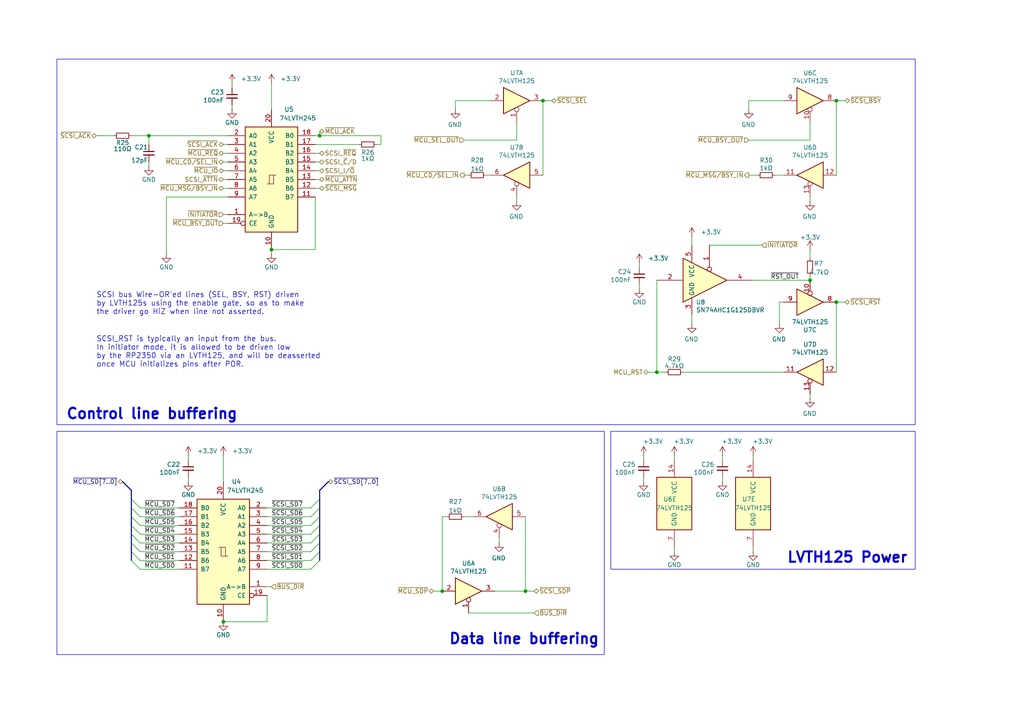
<source format=kicad_sch>
(kicad_sch (version 20250114) (generator "eeschema") (generator_version "9.0")
  (paper "A4")
  (title_block (title "GBSCSI2 - Common Platform - Buffers, Narrow") (date "2026-02-01") (rev "2.0") (comment 1 "Drawn by George R. M."))
  (lib_symbols
    (symbol "74xGxx:74AHCT1G125"
      (property "Reference" "U" (at -2.54 3.81 0))
      (property "Value" "74AHCT1G125" (at 0 -3.81 0))
      (symbol "74AHCT1G125_0_1"
        (polyline (pts (xy -7.62 6.35) (xy -7.62 -6.35) (xy 5.08 0) (xy -7.62 6.35)) (stroke (width 0.254)) (fill (type background)))
      )
      (symbol "74AHCT1G125_1_1"
        (pin input line (at -15.24 0 0) (length 7.62) (name "~") (number "2"))
        (pin power_in line (at -5.08 10.16 270) (length 5.08) (name "VCC") (number "5"))
        (pin power_in line (at -5.08 -10.16 90) (length 5.08) (name "GND") (number "3"))
        (pin input inverted (at 0 10.16 270) (length 7.62) (name "~") (number "1"))
        (pin tri_state line (at 12.7 0 180) (length 7.62) (name "~") (number "4"))
      )
    )
    (symbol "74xx:74LS245" (pin_names (offset 1.016))
      (property "Reference" "U" (at -7.62 16.51 0))
      (property "Value" "74LS245" (at -7.62 -16.51 0))
      (symbol "74LS245_1_0"
        (polyline (pts (xy -1.27 -1.27) (xy 0.635 -1.27) (xy 0.635 1.27) (xy 1.27 1.27)))
        (polyline (pts (xy -0.635 -1.27) (xy -0.635 1.27) (xy 0.635 1.27)))
        (pin tri_state line (at -12.7 12.7 0) (length 5.08) (name "A0") (number "2"))
        (pin tri_state line (at -12.7 10.16 0) (length 5.08) (name "A1") (number "3"))
        (pin tri_state line (at -12.7 7.62 0) (length 5.08) (name "A2") (number "4"))
        (pin tri_state line (at -12.7 5.08 0) (length 5.08) (name "A3") (number "5"))
        (pin tri_state line (at -12.7 2.54 0) (length 5.08) (name "A4") (number "6"))
        (pin tri_state line (at -12.7 0 0) (length 5.08) (name "A5") (number "7"))
        (pin tri_state line (at -12.7 -2.54 0) (length 5.08) (name "A6") (number "8"))
        (pin tri_state line (at -12.7 -5.08 0) (length 5.08) (name "A7") (number "9"))
        (pin input line (at -12.7 -10.16 0) (length 5.08) (name "A->B") (number "1"))
        (pin input inverted (at -12.7 -12.7 0) (length 5.08) (name "CE") (number "19"))
        (pin power_in line (at 0 20.32 270) (length 5.08) (name "VCC") (number "20"))
        (pin power_in line (at 0 -20.32 90) (length 5.08) (name "GND") (number "10"))
        (pin tri_state line (at 12.7 12.7 180) (length 5.08) (name "B0") (number "18"))
        (pin tri_state line (at 12.7 10.16 180) (length 5.08) (name "B1") (number "17"))
        (pin tri_state line (at 12.7 7.62 180) (length 5.08) (name "B2") (number "16"))
        (pin tri_state line (at 12.7 5.08 180) (length 5.08) (name "B3") (number "15"))
        (pin tri_state line (at 12.7 2.54 180) (length 5.08) (name "B4") (number "14"))
        (pin tri_state line (at 12.7 0 180) (length 5.08) (name "B5") (number "13"))
        (pin tri_state line (at 12.7 -2.54 180) (length 5.08) (name "B6") (number "12"))
        (pin tri_state line (at 12.7 -5.08 180) (length 5.08) (name "B7") (number "11"))
      )
      (symbol "74LS245_1_1"
        (rectangle (start -7.62 15.24) (end 7.62 -15.24) (stroke (width 0.254)) (fill (type background)))
      )
    )
    (symbol "74xx:74LVC125" (pin_names (offset 1.016))
      (property "Reference" "U" (at 0 1.27 0))
      (property "Value" "74LVC125" (at 0 -1.27 0))
      (symbol "74LVC125_1_0"
        (polyline (pts (xy -3.81 3.81) (xy -3.81 -3.81) (xy 3.81 0) (xy -3.81 3.81)) (stroke (width 0.254)) (fill (type background)))
        (pin input line (at -7.62 0 0) (length 3.81) (name "~") (number "2"))
        (pin input inverted (at 0 -6.35 90) (length 4.445) (name "~") (number "1"))
        (pin tri_state line (at 7.62 0 180) (length 3.81) (name "~") (number "3"))
      )
      (symbol "74LVC125_2_0"
        (polyline (pts (xy -3.81 3.81) (xy -3.81 -3.81) (xy 3.81 0) (xy -3.81 3.81)) (stroke (width 0.254)) (fill (type background)))
        (pin input line (at -7.62 0 0) (length 3.81) (name "~") (number "5"))
        (pin input inverted (at 0 -6.35 90) (length 4.445) (name "~") (number "4"))
        (pin tri_state line (at 7.62 0 180) (length 3.81) (name "~") (number "6"))
      )
      (symbol "74LVC125_3_0"
        (polyline (pts (xy -3.81 3.81) (xy -3.81 -3.81) (xy 3.81 0) (xy -3.81 3.81)) (stroke (width 0.254)) (fill (type background)))
        (pin input line (at -7.62 0 0) (length 3.81) (name "~") (number "9"))
        (pin input inverted (at 0 -6.35 90) (length 4.445) (name "~") (number "10"))
        (pin tri_state line (at 7.62 0 180) (length 3.81) (name "~") (number "8"))
      )
      (symbol "74LVC125_4_0"
        (polyline (pts (xy -3.81 3.81) (xy -3.81 -3.81) (xy 3.81 0) (xy -3.81 3.81)) (stroke (width 0.254)) (fill (type background)))
        (pin input line (at -7.62 0 0) (length 3.81) (name "~") (number "12"))
        (pin input inverted (at 0 -6.35 90) (length 4.445) (name "~") (number "13"))
        (pin tri_state line (at 7.62 0 180) (length 3.81) (name "~") (number "11"))
      )
      (symbol "74LVC125_5_0"
        (pin power_in line (at 0 12.7 270) (length 5.08) (name "VCC") (number "14"))
        (pin power_in line (at 0 -12.7 90) (length 5.08) (name "GND") (number "7"))
      )
      (symbol "74LVC125_5_1"
        (rectangle (start -5.08 7.62) (end 5.08 -7.62) (stroke (width 0.254)) (fill (type background)))
      )
    )
    (symbol "Device:C_Small" (pin_numbers (hide yes)) (pin_names (offset 0.254) (hide yes))
      (property "Reference" "C" (at 0.254 1.778 0))
      (property "Value" "C_Small" (at 0.254 -2.032 0))
      (symbol "C_Small_0_1"
        (polyline (pts (xy -1.524 0.508) (xy 1.524 0.508)) (stroke (width 0.3048)))
        (polyline (pts (xy -1.524 -0.508) (xy 1.524 -0.508)) (stroke (width 0.3302)))
      )
      (symbol "C_Small_1_1"
        (pin passive line (at 0 2.54 270) (length 2.032) (name "~") (number "1"))
        (pin passive line (at 0 -2.54 90) (length 2.032) (name "~") (number "2"))
      )
    )
    (symbol "Device:R_Small" (pin_numbers (hide yes)) (pin_names (offset 0.254) (hide yes))
      (property "Reference" "R" (at 0 0 90))
      (property "Value" "R_Small" (at 1.778 0 90))
      (symbol "R_Small_0_1"
        (rectangle (start -0.762 1.778) (end 0.762 -1.778) (stroke (width 0.2032)))
      )
      (symbol "R_Small_1_1"
        (pin passive line (at 0 2.54 270) (length 0.762) (name "~") (number "1"))
        (pin passive line (at 0 -2.54 90) (length 0.762) (name "~") (number "2"))
      )
    )
    (symbol "power:+3.3V" (power) (pin_numbers (hide yes)) (pin_names (offset 0) (hide yes))
      (property "Value" "+3.3V" (at 0 3.556 0))
      (symbol "+3.3V_0_1"
        (polyline (pts (xy -0.762 1.27) (xy 0 2.54)))
        (polyline (pts (xy 0 2.54) (xy 0.762 1.27)))
        (polyline (pts (xy 0 0) (xy 0 2.54)))
      )
      (symbol "+3.3V_1_1"
        (pin power_in line (at 0 0 90) (length 0) (name "~") (number "1"))
      )
    )
    (symbol "power:GND" (power) (pin_numbers (hide yes)) (pin_names (offset 0) (hide yes))
      (property "Value" "GND" (at 0 -3.81 0))
      (symbol "GND_0_1"
        (polyline (pts (xy 0 0) (xy 0 -1.27) (xy 1.27 -1.27) (xy 0 -2.54) (xy -1.27 -1.27) (xy 0 -1.27)))
      )
      (symbol "GND_1_1"
        (pin power_in line (at 0 0 270) (length 0) (name "~") (number "1"))
      )
    )
  )
  (rectangle (start 16.51 125.095) (end 175.26 189.865))
  (rectangle (start 16.51 17.145) (end 265.43 123.19))
  (rectangle (start 177.165 125.095) (end 265.43 165.1))
  (text "Control line buffering" (at 19.05 121.92 0) (effects (font (size 3 3) (thickness 0.6) (bold yes)) (justify left bottom)))
  (text "SCSI_RST is typically an input from the bus.\nIn initiator mode, it is allowed to be driven low\nby the RP2350 via an LVTH125, and will be deasserted\nonce MCU initializes pins after POR." (at 27.94 106.68 0) (effects (font (size 1.524 1.524)) (justify left bottom)))
  (text "LVTH125 Power" (at 228.092 163.576 0) (effects (font (size 3 3) (thickness 0.6) (bold yes)) (justify left bottom)))
  (text "SCSI bus Wire-OR'ed lines (SEL, BSY, RST) driven\nby LVTH125s using the enable gate, so as to make\nthe driver go HiZ when line not asserted." (at 27.94 91.44 0) (effects (font (size 1.524 1.524)) (justify left bottom)))
  (text "Data line buffering" (at 130.048 187.198 0) (effects (font (size 3 3) (thickness 0.6) (bold yes)) (justify left bottom)))
  (junction (at 234.95 81.28))
  (junction (at 190.5 107.95))
  (junction (at 128.27 171.45))
  (junction (at 78.74 72.39))
  (junction (at 242.57 87.63))
  (junction (at 152.4 171.45))
  (junction (at 157.48 29.21))
  (junction (at 43.18 39.37))
  (junction (at 92.71 39.37))
  (junction (at 242.57 29.21))
  (junction (at 64.77 180.34))
  (bus_entry (at 90.17 152.4) (size 2.54 -2.54))
  (bus_entry (at 90.17 147.32) (size 2.54 -2.54))
  (bus_entry (at 90.17 149.86) (size 2.54 -2.54))
  (bus_entry (at 40.64 149.86) (size -2.54 -2.54))
  (bus_entry (at 40.64 165.1) (size -2.54 -2.54))
  (bus_entry (at 40.64 152.4) (size -2.54 -2.54))
  (bus_entry (at 90.17 162.56) (size 2.54 -2.54))
  (bus_entry (at 40.64 157.48) (size -2.54 -2.54))
  (bus_entry (at 90.17 157.48) (size 2.54 -2.54))
  (bus_entry (at 40.64 154.94) (size -2.54 -2.54))
  (bus_entry (at 90.17 154.94) (size 2.54 -2.54))
  (bus_entry (at 40.64 162.56) (size -2.54 -2.54))
  (bus_entry (at 90.17 160.02) (size 2.54 -2.54))
  (bus_entry (at 40.64 147.32) (size -2.54 -2.54))
  (bus_entry (at 90.17 165.1) (size 2.54 -2.54))
  (bus_entry (at 40.64 160.02) (size -2.54 -2.54))
  (wire (pts (xy 209.55 132.08) (xy 209.55 133.35)))
  (wire (pts (xy 143.51 171.45) (xy 152.4 171.45)))
  (wire (pts (xy 195.58 160.02) (xy 195.58 158.75)))
  (bus (pts (xy 38.1 152.4) (xy 38.1 149.86)))
  (wire (pts (xy 234.95 80.01) (xy 234.95 81.28)))
  (wire (pts (xy 190.5 81.28) (xy 190.5 107.95)))
  (bus (pts (xy 92.71 144.78) (xy 92.71 142.24)))
  (wire (pts (xy 242.57 29.21) (xy 242.57 50.8)))
  (wire (pts (xy 77.47 157.48) (xy 90.17 157.48)))
  (wire (pts (xy 190.5 107.95) (xy 193.04 107.95)))
  (wire (pts (xy 154.94 171.45) (xy 152.4 171.45)))
  (wire (pts (xy 157.48 29.21) (xy 157.48 50.8)))
  (bus (pts (xy 92.71 157.48) (xy 92.71 154.94)))
  (wire (pts (xy 217.17 40.64) (xy 234.95 40.64)))
  (bus (pts (xy 92.71 152.4) (xy 92.71 149.86)))
  (wire (pts (xy 78.74 170.18) (xy 77.47 170.18)))
  (wire (pts (xy 185.42 76.2) (xy 185.42 77.47)))
  (wire (pts (xy 234.95 115.57) (xy 234.95 114.3)))
  (wire (pts (xy 149.86 58.42) (xy 149.86 57.15)))
  (wire (pts (xy 77.47 147.32) (xy 90.17 147.32)))
  (wire (pts (xy 91.44 41.91) (xy 104.14 41.91)))
  (wire (pts (xy 91.44 72.39) (xy 91.44 57.15)))
  (wire (pts (xy 195.58 132.08) (xy 195.58 133.35)))
  (wire (pts (xy 43.18 41.91) (xy 43.18 39.37)))
  (wire (pts (xy 78.74 24.13) (xy 78.74 31.75)))
  (wire (pts (xy 77.47 149.86) (xy 90.17 149.86)))
  (wire (pts (xy 64.77 52.07) (xy 66.04 52.07)))
  (wire (pts (xy 77.47 160.02) (xy 90.17 160.02)))
  (wire (pts (xy 77.47 165.1) (xy 90.17 165.1)))
  (wire (pts (xy 234.95 58.42) (xy 234.95 57.15)))
  (wire (pts (xy 54.61 138.43) (xy 54.61 139.7)))
  (wire (pts (xy 77.47 154.94) (xy 90.17 154.94)))
  (bus (pts (xy 92.71 147.32) (xy 92.71 144.78)))
  (wire (pts (xy 205.74 71.12) (xy 220.98 71.12)))
  (bus (pts (xy 38.1 149.86) (xy 38.1 147.32)))
  (wire (pts (xy 134.62 50.8) (xy 135.89 50.8)))
  (wire (pts (xy 40.64 147.32) (xy 52.07 147.32)))
  (wire (pts (xy 66.04 57.15) (xy 48.26 57.15)))
  (wire (pts (xy 27.94 39.37) (xy 33.02 39.37)))
  (wire (pts (xy 64.77 132.08) (xy 64.77 139.7)))
  (wire (pts (xy 227.33 87.63) (xy 226.06 87.63)))
  (wire (pts (xy 224.79 50.8) (xy 227.33 50.8)))
  (wire (pts (xy 234.95 74.93) (xy 234.95 72.39)))
  (wire (pts (xy 134.62 40.64) (xy 149.86 40.64)))
  (wire (pts (xy 234.95 40.64) (xy 234.95 35.56)))
  (wire (pts (xy 186.69 132.08) (xy 186.69 133.35)))
  (wire (pts (xy 200.66 68.58) (xy 200.66 71.12)))
  (wire (pts (xy 91.44 39.37) (xy 92.71 39.37)))
  (wire (pts (xy 67.31 24.13) (xy 67.31 25.4)))
  (bus (pts (xy 92.71 162.56) (xy 92.71 160.02)))
  (wire (pts (xy 242.57 87.63) (xy 242.57 107.95)))
  (wire (pts (xy 245.11 87.63) (xy 242.57 87.63)))
  (bus (pts (xy 38.1 147.32) (xy 38.1 144.78)))
  (wire (pts (xy 187.96 107.95) (xy 190.5 107.95)))
  (wire (pts (xy 198.12 107.95) (xy 227.33 107.95)))
  (wire (pts (xy 43.18 39.37) (xy 66.04 39.37)))
  (wire (pts (xy 134.62 149.86) (xy 137.16 149.86)))
  (wire (pts (xy 227.33 29.21) (xy 217.17 29.21)))
  (bus (pts (xy 38.1 162.56) (xy 38.1 160.02)))
  (wire (pts (xy 77.47 172.72) (xy 77.47 180.34)))
  (wire (pts (xy 128.27 149.86) (xy 128.27 171.45)))
  (wire (pts (xy 128.27 149.86) (xy 129.54 149.86)))
  (wire (pts (xy 92.71 38.1) (xy 92.71 39.37)))
  (wire (pts (xy 132.08 29.21) (xy 132.08 31.75)))
  (wire (pts (xy 217.17 50.8) (xy 219.71 50.8)))
  (wire (pts (xy 218.44 132.08) (xy 218.44 133.35)))
  (wire (pts (xy 185.42 83.82) (xy 185.42 82.55)))
  (wire (pts (xy 144.78 157.48) (xy 144.78 156.21)))
  (bus (pts (xy 38.1 144.78) (xy 38.1 142.24)))
  (bus (pts (xy 38.1 157.48) (xy 38.1 154.94)))
  (wire (pts (xy 40.64 149.86) (xy 52.07 149.86)))
  (wire (pts (xy 226.06 87.63) (xy 226.06 93.98)))
  (wire (pts (xy 200.66 93.98) (xy 200.66 91.44)))
  (wire (pts (xy 245.11 29.21) (xy 242.57 29.21)))
  (wire (pts (xy 92.71 49.53) (xy 91.44 49.53)))
  (wire (pts (xy 209.55 139.7) (xy 209.55 138.43)))
  (wire (pts (xy 149.86 40.64) (xy 149.86 35.56)))
  (wire (pts (xy 92.71 44.45) (xy 91.44 44.45)))
  (bus (pts (xy 38.1 160.02) (xy 38.1 157.48)))
  (wire (pts (xy 78.74 73.66) (xy 78.74 72.39)))
  (bus (pts (xy 92.71 142.24) (xy 95.25 139.7)))
  (bus (pts (xy 38.1 154.94) (xy 38.1 152.4)))
  (bus (pts (xy 92.71 154.94) (xy 92.71 152.4)))
  (wire (pts (xy 218.44 160.02) (xy 218.44 158.75)))
  (wire (pts (xy 125.73 171.45) (xy 128.27 171.45)))
  (wire (pts (xy 64.77 46.99) (xy 66.04 46.99)))
  (wire (pts (xy 92.71 54.61) (xy 91.44 54.61)))
  (wire (pts (xy 40.64 152.4) (xy 52.07 152.4)))
  (wire (pts (xy 64.77 41.91) (xy 66.04 41.91)))
  (wire (pts (xy 217.17 29.21) (xy 217.17 31.75)))
  (wire (pts (xy 64.77 64.77) (xy 66.04 64.77)))
  (wire (pts (xy 64.77 54.61) (xy 66.04 54.61)))
  (wire (pts (xy 154.94 177.8) (xy 135.89 177.8)))
  (bus (pts (xy 38.1 142.24) (xy 35.56 139.7)))
  (wire (pts (xy 40.64 165.1) (xy 52.07 165.1)))
  (wire (pts (xy 92.71 39.37) (xy 110.49 39.37)))
  (wire (pts (xy 152.4 149.86) (xy 152.4 171.45)))
  (wire (pts (xy 132.08 29.21) (xy 142.24 29.21)))
  (wire (pts (xy 43.18 48.26) (xy 43.18 46.99)))
  (wire (pts (xy 140.97 50.8) (xy 142.24 50.8)))
  (wire (pts (xy 160.02 29.21) (xy 157.48 29.21)))
  (wire (pts (xy 64.77 62.23) (xy 66.04 62.23)))
  (wire (pts (xy 92.71 46.99) (xy 91.44 46.99)))
  (wire (pts (xy 67.31 30.48) (xy 67.31 31.75)))
  (wire (pts (xy 40.64 160.02) (xy 52.07 160.02)))
  (wire (pts (xy 48.26 57.15) (xy 48.26 73.66)))
  (wire (pts (xy 77.47 152.4) (xy 90.17 152.4)))
  (wire (pts (xy 54.61 132.08) (xy 54.61 133.35)))
  (bus (pts (xy 92.71 160.02) (xy 92.71 157.48)))
  (wire (pts (xy 77.47 162.56) (xy 90.17 162.56)))
  (wire (pts (xy 38.1 39.37) (xy 43.18 39.37)))
  (wire (pts (xy 78.74 72.39) (xy 91.44 72.39)))
  (wire (pts (xy 40.64 157.48) (xy 52.07 157.48)))
  (wire (pts (xy 218.44 81.28) (xy 234.95 81.28)))
  (bus (pts (xy 92.71 149.86) (xy 92.71 147.32)))
  (wire (pts (xy 109.22 41.91) (xy 110.49 41.91)))
  (wire (pts (xy 186.69 139.7) (xy 186.69 138.43)))
  (wire (pts (xy 64.77 49.53) (xy 66.04 49.53)))
  (wire (pts (xy 92.71 52.07) (xy 91.44 52.07)))
  (wire (pts (xy 64.77 44.45) (xy 66.04 44.45)))
  (wire (pts (xy 40.64 154.94) (xy 52.07 154.94)))
  (wire (pts (xy 110.49 41.91) (xy 110.49 39.37)))
  (wire (pts (xy 40.64 162.56) (xy 52.07 162.56)))
  (wire (pts (xy 77.47 180.34) (xy 64.77 180.34)))
  (label "~{SCSI_SD0}" (at 78.74 165.1 0))
  (label "~{MCU_SD2}" (at 50.8 160.02 180))
  (label "~{MCU_SD6}" (at 50.8 149.86 180))
  (label "~{MCU_SD3}" (at 50.8 157.48 180))
  (label "~{RST_OUT}" (at 223.52 81.28 0))
  (label "~{MCU_SD5}" (at 50.8 152.4 180))
  (label "~{SCSI_SD6}" (at 78.74 149.86 0))
  (label "~{SCSI_SD5}" (at 78.74 152.4 0))
  (label "~{SCSI_SD1}" (at 78.74 162.56 0))
  (label "~{MCU_SD0}" (at 50.8 165.1 180))
  (label "~{MCU_SD1}" (at 50.8 162.56 180))
  (label "~{SCSI_SD4}" (at 78.74 154.94 0))
  (label "~{SCSI_SD3}" (at 78.74 157.48 0))
  (label "~{MCU_SD7}" (at 50.8 147.32 180))
  (label "~{MCU_SD4}" (at 50.8 154.94 180))
  (label "~{SCSI_SD2}" (at 78.74 160.02 0))
  (label "~{SCSI_SD7}" (at 78.74 147.32 0))
  (hierarchical_label "SCSI_I{slash}~{O}" (shape bidirectional) (at 92.71 49.53 0))
  (hierarchical_label "~{MCU_ACK}" (shape bidirectional) (at 92.71 38.1 0))
  (hierarchical_label "~{SCSI_ACK}" (shape bidirectional) (at 27.94 39.37 180))
  (hierarchical_label "~{MCU_REQ}" (shape bidirectional) (at 64.77 44.45 180))
  (hierarchical_label "~{BUS_DIR}" (shape input) (at 154.94 177.8 0))
  (hierarchical_label "~{MCU_BSY_OUT}" (shape input) (at 64.77 64.77 180))
  (hierarchical_label "~{MCU_CD{slash}SEL_IN}" (shape bidirectional) (at 64.77 46.99 180))
  (hierarchical_label "~{BUS_DIR}" (shape input) (at 78.74 170.18 0))
  (hierarchical_label "SCSI_~{ATTN}" (shape bidirectional) (at 64.77 52.07 180))
  (hierarchical_label "~{INITIATOR}" (shape input) (at 64.77 62.23 180))
  (hierarchical_label "~{MCU_SEL_OUT}" (shape input) (at 134.62 40.64 180))
  (hierarchical_label "~{SCSI_SEL}" (shape bidirectional) (at 160.02 29.21 0))
  (hierarchical_label "SCSI_~{REQ}" (shape bidirectional) (at 92.71 44.45 0))
  (hierarchical_label "MCU_RST" (shape bidirectional) (at 187.96 107.95 180))
  (hierarchical_label "~{MCU_BSY_OUT}" (shape input) (at 217.17 40.64 180))
  (hierarchical_label "~{MCU_MSG{slash}BSY_IN}" (shape bidirectional) (at 64.77 54.61 180))
  (hierarchical_label "~{SCSI_BSY}" (shape bidirectional) (at 245.11 29.21 0))
  (hierarchical_label "~{MCU_CD{slash}SEL_IN}" (shape output) (at 134.62 50.8 180))
  (hierarchical_label "~{SCSI_SDP}" (shape bidirectional) (at 154.94 171.45 0))
  (hierarchical_label "~{SCSI_MSG}" (shape bidirectional) (at 92.71 54.61 0))
  (hierarchical_label "~{INITIATOR}" (shape input) (at 220.98 71.12 0))
  (hierarchical_label "~{MCU_SDP}" (shape bidirectional) (at 125.73 171.45 180))
  (hierarchical_label "~{MCU_MSG{slash}BSY_IN}" (shape output) (at 217.17 50.8 180))
  (hierarchical_label "~{MCU_SD[7..0]}" (shape bidirectional) (at 35.56 139.7 180))
  (hierarchical_label "~{MCU_ATTN}" (shape bidirectional) (at 92.71 52.07 0))
  (hierarchical_label "SCSI_~{C}{slash}D" (shape bidirectional) (at 92.71 46.99 0))
  (hierarchical_label "~{MCU_IO}" (shape bidirectional) (at 64.77 49.53 180))
  (hierarchical_label "~{SCSI_RST}" (shape bidirectional) (at 245.11 87.63 0))
  (hierarchical_label "~{SCSI_ACK}" (shape bidirectional) (at 64.77 41.91 180))
  (hierarchical_label "~{SCSI_SD[7..0]}" (shape bidirectional) (at 95.25 139.7 0))
  (symbol (lib_id "Device:R_Small") (at 106.68 41.91 90) (mirror x) (unit 1)
    (property "Reference" "R26" (at 106.68 44.196 90))
    (property "Value" "1kΩ" (at 106.68 45.974 90))
    (property "Footprint" "Resistor_SMD:R_0603_1608Metric" (effects (hide yes)))
    (property "LCSC" "C21190" (effects (hide yes)))
    (property "LCSC Part #" "C21190" (effects (hide yes)))
  )
  (symbol (lib_id "power:+3.3V") (at 67.31 24.13 0) (unit 1)
    (property "Reference" "#PWR048" (effects (hide yes)))
    (property "Value" "+3.3V" (at 69.85 22.8599 0) (effects (justify left)))
    (property "Description" "Power symbol creates a global label with name \"+3.3V\"" (effects (hide yes)))
  )
  (symbol (lib_id "power:GND") (at 48.26 73.66 0) (unit 1)
    (property "Reference" "#PWR043" (effects (hide yes)))
    (property "Value" "GND" (at 48.26 77.47 0))
  )
  (symbol (lib_id "power:GND") (at 218.44 160.02 0) (unit 1)
    (property "Reference" "#PWR067" (effects (hide yes)))
    (property "Value" "GND" (at 218.44 163.83 0))
  )
  (symbol (lib_id "74xx:74LVC125") (at 218.44 146.05 0) (unit 5)
    (property "Reference" "U7" (at 217.17 144.78 0))
    (property "Value" "74LVTH125" (at 218.44 147.32 0))
    (property "Footprint" "Package_SO:TSSOP-14_4.4x5mm_P0.65mm" (effects (hide yes)))
    (property "Datasheet" "http://www.ti.com/lit/gpn/sn74LVC125" (effects (hide yes)))
    (property "LCSC" "C7042" (effects (hide yes)))
    (property "LCSC Part #" "C7042" (effects (hide yes)))
  )
  (symbol (lib_id "power:+3.3V") (at 78.74 24.13 0) (unit 1)
    (property "Reference" "#PWR050" (effects (hide yes)))
    (property "Value" "+3.3V" (at 81.28 22.8599 0) (effects (justify left)))
    (property "Description" "Power symbol creates a global label with name \"+3.3V\"" (effects (hide yes)))
  )
  (symbol (lib_id "power:GND") (at 64.77 180.34 0) (unit 1)
    (property "Reference" "#PWR047" (effects (hide yes)))
    (property "Value" "GND" (at 64.77 184.15 0))
  )
  (symbol (lib_id "power:+3.3V") (at 64.77 132.08 0) (unit 1)
    (property "Reference" "#PWR046" (effects (hide yes)))
    (property "Value" "+3.3V" (at 67.31 130.8099 0) (effects (justify left)))
    (property "Description" "Power symbol creates a global label with name \"+3.3V\"" (effects (hide yes)))
  )
  (symbol (lib_id "74xx:74LVC125") (at 234.95 107.95 0) (mirror y) (unit 4)
    (property "Reference" "U7" (at 234.95 99.8982 0))
    (property "Value" "74LVTH125" (at 234.95 102.2096 0))
    (property "Footprint" "Package_SO:TSSOP-14_4.4x5mm_P0.65mm" (effects (hide yes)))
    (property "Datasheet" "http://www.ti.com/lit/gpn/sn74LVC125" (effects (hide yes)))
    (property "LCSC" "C7042" (effects (hide yes)))
    (property "LCSC Part #" "C7042" (effects (hide yes)))
  )
  (symbol (lib_id "74xx:74LVC125") (at 149.86 29.21 0) (unit 1)
    (property "Reference" "U7" (at 149.86 21.1582 0))
    (property "Value" "74LVTH125" (at 149.86 23.4696 0))
    (property "Footprint" "Package_SO:TSSOP-14_4.4x5mm_P0.65mm" (effects (hide yes)))
    (property "Datasheet" "http://www.ti.com/lit/gpn/sn74LVC125" (effects (hide yes)))
    (property "LCSC" "C7042" (effects (hide yes)))
    (property "LCSC Part #" "C7042" (effects (hide yes)))
  )
  (symbol (lib_id "power:GND") (at 149.86 58.42 0) (mirror y) (unit 1)
    (property "Reference" "#PWR054" (effects (hide yes)))
    (property "Value" "GND" (at 149.733 62.8142 0))
  )
  (symbol (lib_id "Device:R_Small") (at 132.08 149.86 270) (mirror x) (unit 1)
    (property "Reference" "R27" (at 132.08 145.542 90))
    (property "Value" "1kΩ" (at 132.08 148.082 90))
    (property "Footprint" "Resistor_SMD:R_0603_1608Metric" (effects (hide yes)))
    (property "LCSC" "C21190" (effects (hide yes)))
    (property "LCSC Part #" "C21190" (effects (hide yes)))
  )
  (symbol (lib_id "power:GND") (at 67.31 31.75 0) (unit 1)
    (property "Reference" "#PWR049" (effects (hide yes)))
    (property "Value" "GND" (at 67.31 35.56 0))
  )
  (symbol (lib_id "74xx:74LVC125") (at 234.95 29.21 0) (unit 3)
    (property "Reference" "U6" (at 234.95 21.1582 0))
    (property "Value" "74LVTH125" (at 234.95 23.4696 0))
    (property "Footprint" "Package_SO:TSSOP-14_4.4x5mm_P0.65mm" (effects (hide yes)))
    (property "Datasheet" "http://www.ti.com/lit/gpn/sn74LVC125" (effects (hide yes)))
    (property "LCSC" "C7042" (effects (hide yes)))
    (property "LCSC Part #" "C7042" (effects (hide yes)))
  )
  (symbol (lib_id "power:+3.3V") (at 186.69 132.08 0) (unit 1)
    (property "Reference" "#PWR057" (effects (hide yes)))
    (property "Value" "+3.3V" (at 186.436 128.016 0) (effects (justify left)))
    (property "Description" "Power symbol creates a global label with name \"+3.3V\"" (effects (hide yes)))
  )
  (symbol (lib_id "Device:C_Small") (at 67.31 27.94 0) (unit 1)
    (property "Reference" "C23" (at 64.9986 26.7716 0) (effects (justify right)))
    (property "Value" "100nF" (at 64.9986 29.083 0) (effects (justify right)))
    (property "Footprint" "Capacitor_SMD:C_0603_1608Metric" (effects (hide yes)))
    (property "LCSC" "C14663" (effects (hide yes)))
    (property "LCSC Part #" "C14663" (effects (hide yes)))
  )
  (symbol (lib_id "Device:C_Small") (at 186.69 135.89 0) (unit 1)
    (property "Reference" "C25" (at 184.3786 134.7216 0) (effects (justify right)))
    (property "Value" "100nF" (at 184.3786 137.033 0) (effects (justify right)))
    (property "Footprint" "Capacitor_SMD:C_0603_1608Metric" (effects (hide yes)))
    (property "LCSC" "C14663" (effects (hide yes)))
    (property "LCSC Part #" "C14663" (effects (hide yes)))
  )
  (symbol (lib_id "power:GND") (at 54.61 139.7 0) (unit 1)
    (property "Reference" "#PWR045" (effects (hide yes)))
    (property "Value" "GND" (at 54.61 143.51 0))
  )
  (symbol (lib_id "power:GND") (at 226.06 93.98 0) (mirror y) (unit 1)
    (property "Reference" "#PWR068" (effects (hide yes)))
    (property "Value" "GND" (at 225.933 98.3742 0))
  )
  (symbol (lib_id "power:GND") (at 185.42 83.82 0) (unit 1)
    (property "Reference" "#PWR056" (effects (hide yes)))
    (property "Value" "GND" (at 185.42 87.63 0))
  )
  (symbol (lib_id "power:GND") (at 144.78 157.48 0) (mirror y) (unit 1)
    (property "Reference" "#PWR053" (effects (hide yes)))
    (property "Value" "GND" (at 144.653 161.8742 0))
  )
  (symbol (lib_id "Device:R_Small") (at 35.56 39.37 90) (mirror x) (unit 1)
    (property "Reference" "R25" (at 35.56 41.402 90))
    (property "Value" "110Ω" (at 35.56 43.18 90))
    (property "Footprint" "Resistor_SMD:R_0603_1608Metric" (effects (hide yes)))
    (property "LCSC" "C22781" (effects (hide yes)))
    (property "LCSC Part #" "C22781" (effects (hide yes)))
  )
  (symbol (lib_id "74xx:74LS245") (at 78.74 52.07 0) (unit 1)
    (property "Reference" "U5" (at 83.82 31.75 0))
    (property "Value" "74LVTH245" (at 86.36 34.29 0))
    (property "Footprint" "Package_SO:SSOP-20_5.3x7.2mm_P0.65mm" (effects (hide yes)))
    (property "Datasheet" "http://www.ti.com/lit/gpn/sn74LS245" (effects (hide yes)))
    (property "LCSC" "C2652121" (effects (hide yes)))
    (property "LCSC Part #" "C2652121" (effects (hide yes)))
  )
  (symbol (lib_id "Device:C_Small") (at 209.55 135.89 0) (unit 1)
    (property "Reference" "C26" (at 207.2386 134.7216 0) (effects (justify right)))
    (property "Value" "100nF" (at 207.2386 137.033 0) (effects (justify right)))
    (property "Footprint" "Capacitor_SMD:C_0603_1608Metric" (effects (hide yes)))
    (property "LCSC" "C14663" (effects (hide yes)))
    (property "LCSC Part #" "C14663" (effects (hide yes)))
  )
  (symbol (lib_id "power:GND") (at 234.95 58.42 0) (mirror y) (unit 1)
    (property "Reference" "#PWR069" (effects (hide yes)))
    (property "Value" "GND" (at 234.823 62.8142 0))
  )
  (symbol (lib_id "74xx:74LVC125") (at 144.78 149.86 0) (mirror y) (unit 2)
    (property "Reference" "U6" (at 144.78 141.8082 0))
    (property "Value" "74LVTH125" (at 144.78 144.1196 0))
    (property "Footprint" "Package_SO:TSSOP-14_4.4x5mm_P0.65mm" (effects (hide yes)))
    (property "Datasheet" "http://www.ti.com/lit/gpn/sn74LVC125" (effects (hide yes)))
    (property "LCSC" "C7042" (effects (hide yes)))
    (property "LCSC Part #" "C7042" (effects (hide yes)))
  )
  (symbol (lib_id "74xx:74LVC125") (at 234.95 50.8 0) (mirror y) (unit 4)
    (property "Reference" "U6" (at 234.95 42.7482 0))
    (property "Value" "74LVTH125" (at 234.95 45.0596 0))
    (property "Footprint" "Package_SO:TSSOP-14_4.4x5mm_P0.65mm" (effects (hide yes)))
    (property "Datasheet" "http://www.ti.com/lit/gpn/sn74LVC125" (effects (hide yes)))
    (property "LCSC" "C7042" (effects (hide yes)))
    (property "LCSC Part #" "C7042" (effects (hide yes)))
  )
  (symbol (lib_id "power:GND") (at 209.55 139.7 0) (unit 1)
    (property "Reference" "#PWR064" (effects (hide yes)))
    (property "Value" "GND" (at 209.55 143.51 0))
  )
  (symbol (lib_id "74xx:74LVC125") (at 149.86 50.8 0) (mirror y) (unit 2)
    (property "Reference" "U7" (at 149.86 42.7482 0))
    (property "Value" "74LVTH125" (at 149.86 45.0596 0))
    (property "Footprint" "Package_SO:TSSOP-14_4.4x5mm_P0.65mm" (effects (hide yes)))
    (property "Datasheet" "http://www.ti.com/lit/gpn/sn74LVC125" (effects (hide yes)))
    (property "LCSC" "C7042" (effects (hide yes)))
    (property "LCSC Part #" "C7042" (effects (hide yes)))
  )
  (symbol (lib_id "power:+3.3V") (at 54.61 132.08 0) (unit 1)
    (property "Reference" "#PWR044" (effects (hide yes)))
    (property "Value" "+3.3V" (at 57.15 130.8099 0) (effects (justify left)))
    (property "Description" "Power symbol creates a global label with name \"+3.3V\"" (effects (hide yes)))
  )
  (symbol (lib_id "74xx:74LVC125") (at 234.95 87.63 0) (mirror x) (unit 3)
    (property "Reference" "U7" (at 234.95 95.6818 0))
    (property "Value" "74LVTH125" (at 234.95 93.3704 0))
    (property "Footprint" "Package_SO:TSSOP-14_4.4x5mm_P0.65mm" (effects (hide yes)))
    (property "Datasheet" "http://www.ti.com/lit/gpn/sn74LVC125" (effects (hide yes)))
    (property "LCSC" "C7042" (effects (hide yes)))
    (property "LCSC Part #" "C7042" (effects (hide yes)))
  )
  (symbol (lib_id "power:GND") (at 217.17 31.75 0) (mirror y) (unit 1)
    (property "Reference" "#PWR065" (effects (hide yes)))
    (property "Value" "GND" (at 217.043 36.1442 0))
  )
  (symbol (lib_id "power:GND") (at 195.58 160.02 0) (unit 1)
    (property "Reference" "#PWR060" (effects (hide yes)))
    (property "Value" "GND" (at 195.58 163.83 0))
  )
  (symbol (lib_id "74xx:74LVC125") (at 135.89 171.45 0) (unit 1)
    (property "Reference" "U6" (at 135.89 163.3982 0))
    (property "Value" "74LVTH125" (at 135.89 165.7096 0))
    (property "Footprint" "Package_SO:TSSOP-14_4.4x5mm_P0.65mm" (effects (hide yes)))
    (property "Datasheet" "http://www.ti.com/lit/gpn/sn74LVC125" (effects (hide yes)))
    (property "LCSC" "C7042" (effects (hide yes)))
    (property "LCSC Part #" "C7042" (effects (hide yes)))
  )
  (symbol (lib_id "Device:R_Small") (at 138.43 50.8 90) (mirror x) (unit 1)
    (property "Reference" "R28" (at 138.43 46.482 90))
    (property "Value" "1kΩ" (at 138.43 49.022 90))
    (property "Footprint" "Resistor_SMD:R_0603_1608Metric" (effects (hide yes)))
    (property "LCSC" "C21190" (effects (hide yes)))
    (property "LCSC Part #" "C21190" (effects (hide yes)))
  )
  (symbol (lib_id "power:GND") (at 132.08 31.75 0) (mirror y) (unit 1)
    (property "Reference" "#PWR052" (effects (hide yes)))
    (property "Value" "GND" (at 131.953 36.1442 0))
  )
  (symbol (lib_id "power:GND") (at 43.18 48.26 0) (mirror y) (unit 1)
    (property "Reference" "#PWR042" (effects (hide yes)))
    (property "Value" "GND" (at 43.18 52.07 0))
  )
  (symbol (lib_id "Device:C_Small") (at 43.18 44.45 0) (mirror y) (unit 1)
    (property "Reference" "C21" (at 42.926 42.672 0) (effects (justify left)))
    (property "Value" "12pF" (at 42.926 46.482 0) (effects (justify left)))
    (property "Footprint" "Capacitor_SMD:C_0603_1608Metric" (effects (hide yes)))
    (property "LCSC" "C38523" (effects (hide yes)))
    (property "LCSC Part #" "C38523" (effects (hide yes)))
  )
  (symbol (lib_id "power:+3.3V") (at 195.58 132.08 0) (unit 1)
    (property "Reference" "#PWR059" (effects (hide yes)))
    (property "Value" "+3.3V" (at 195.326 128.016 0) (effects (justify left)))
    (property "Description" "Power symbol creates a global label with name \"+3.3V\"" (effects (hide yes)))
  )
  (symbol (lib_id "power:GND") (at 186.69 139.7 0) (unit 1)
    (property "Reference" "#PWR058" (effects (hide yes)))
    (property "Value" "GND" (at 186.69 143.51 0))
  )
  (symbol (lib_id "power:GND") (at 78.74 73.66 0) (unit 1)
    (property "Reference" "#PWR051" (effects (hide yes)))
    (property "Value" "GND" (at 78.74 77.47 0))
  )
  (symbol (lib_id "power:GND") (at 200.66 93.98 0) (mirror y) (unit 1)
    (property "Reference" "#PWR062" (effects (hide yes)))
    (property "Value" "GND" (at 200.533 98.3742 0))
  )
  (symbol (lib_id "power:+3.3V") (at 200.66 68.58 0) (unit 1)
    (property "Reference" "#PWR061" (effects (hide yes)))
    (property "Value" "+3.3V" (at 203.2 67.3099 0) (effects (justify left)))
    (property "Description" "Power symbol creates a global label with name \"+3.3V\"" (effects (hide yes)))
  )
  (symbol (lib_id "74xGxx:74AHCT1G125") (at 205.74 81.28 0) (unit 1)
    (property "Reference" "U8" (at 203.2 87.63 0))
    (property "Value" "SN74AHC1G125DBVR" (at 211.836 89.916 0))
    (property "Footprint" "Package_TO_SOT_SMD:SOT-23-5" (effects (hide yes)))
    (property "Datasheet" "http://www.ti.com/lit/sg/scyt129e/scyt129e.pdf" (effects (hide yes)))
    (property "LCSC" "C7468" (effects (hide yes)))
    (property "LCSC Part #" "C7468" (effects (hide yes)))
  )
  (symbol (lib_id "74xx:74LS245") (at 64.77 160.02 0) (mirror y) (unit 1)
    (property "Reference" "U4" (at 68.58 139.7 0))
    (property "Value" "74LVTH245" (at 71.12 142.24 0))
    (property "Footprint" "Package_SO:SSOP-20_5.3x7.2mm_P0.65mm" (effects (hide yes)))
    (property "Datasheet" "http://www.ti.com/lit/gpn/sn74LS245" (effects (hide yes)))
    (property "LCSC" "C2652121" (effects (hide yes)))
    (property "LCSC Part #" "C2652121" (effects (hide yes)))
  )
  (symbol (lib_id "Device:C_Small") (at 185.42 80.01 0) (unit 1)
    (property "Reference" "C24" (at 183.1086 78.8416 0) (effects (justify right)))
    (property "Value" "100nF" (at 183.1086 81.153 0) (effects (justify right)))
    (property "Footprint" "Capacitor_SMD:C_0603_1608Metric" (effects (hide yes)))
    (property "LCSC" "C14663" (effects (hide yes)))
    (property "LCSC Part #" "C14663" (effects (hide yes)))
  )
  (symbol (lib_id "Device:R_Small") (at 234.95 77.47 180) (unit 1)
    (property "Reference" "R7" (at 237.363 76.454 0))
    (property "Value" "4.7kΩ" (at 237.617 78.994 0))
    (property "Footprint" "Resistor_SMD:R_0603_1608Metric" (effects (hide yes)))
    (property "LCSC" "C23162" (effects (hide yes)))
    (property "LCSC Part #" "C23162" (effects (hide yes)))
  )
  (symbol (lib_id "power:+3.3V") (at 218.44 132.08 0) (unit 1)
    (property "Reference" "#PWR066" (effects (hide yes)))
    (property "Value" "+3.3V" (at 218.186 128.016 0) (effects (justify left)))
    (property "Description" "Power symbol creates a global label with name \"+3.3V\"" (effects (hide yes)))
  )
  (symbol (lib_id "Device:R_Small") (at 222.25 50.8 90) (mirror x) (unit 1)
    (property "Reference" "R30" (at 222.25 46.482 90))
    (property "Value" "1kΩ" (at 222.25 48.768 90))
    (property "Footprint" "Resistor_SMD:R_0603_1608Metric" (effects (hide yes)))
    (property "LCSC" "C21190" (effects (hide yes)))
    (property "LCSC Part #" "C21190" (effects (hide yes)))
  )
  (symbol (lib_id "Device:R_Small") (at 195.58 107.95 270) (mirror x) (unit 1)
    (property "Reference" "R29" (at 195.58 104.14 90))
    (property "Value" "4.7kΩ" (at 195.58 106.172 90))
    (property "Footprint" "Resistor_SMD:R_0603_1608Metric" (effects (hide yes)))
    (property "LCSC" "C23162" (effects (hide yes)))
    (property "LCSC Part #" "C23162" (effects (hide yes)))
  )
  (symbol (lib_id "power:+3.3V") (at 234.95 72.39 0) (mirror y) (unit 1)
    (property "Reference" "#PWR0112" (effects (hide yes)))
    (property "Value" "+3.3V" (at 234.95 68.834 0))
    (property "Description" "Power symbol creates a global label with name \"+3.3V\"" (effects (hide yes)))
  )
  (symbol (lib_id "power:+3.3V") (at 185.42 76.2 0) (unit 1)
    (property "Reference" "#PWR055" (effects (hide yes)))
    (property "Value" "+3.3V" (at 187.96 74.9299 0) (effects (justify left)))
    (property "Description" "Power symbol creates a global label with name \"+3.3V\"" (effects (hide yes)))
  )
  (symbol (lib_id "74xx:74LVC125") (at 195.58 146.05 0) (unit 5)
    (property "Reference" "U6" (at 194.31 144.78 0))
    (property "Value" "74LVTH125" (at 195.58 147.32 0))
    (property "Footprint" "Package_SO:TSSOP-14_4.4x5mm_P0.65mm" (effects (hide yes)))
    (property "Datasheet" "http://www.ti.com/lit/gpn/sn74LVC125" (effects (hide yes)))
    (property "LCSC" "C7042" (effects (hide yes)))
    (property "LCSC Part #" "C7042" (effects (hide yes)))
  )
  (symbol (lib_id "Device:C_Small") (at 54.61 135.89 0) (unit 1)
    (property "Reference" "C22" (at 52.2986 134.7216 0) (effects (justify right)))
    (property "Value" "100nF" (at 52.2986 137.033 0) (effects (justify right)))
    (property "Footprint" "Capacitor_SMD:C_0603_1608Metric" (effects (hide yes)))
    (property "LCSC" "C14663" (effects (hide yes)))
    (property "LCSC Part #" "C14663" (effects (hide yes)))
  )
  (symbol (lib_id "power:GND") (at 234.95 115.57 0) (mirror y) (unit 1)
    (property "Reference" "#PWR070" (effects (hide yes)))
    (property "Value" "GND" (at 234.823 119.9642 0))
  )
  (symbol (lib_id "power:+3.3V") (at 209.55 132.08 0) (unit 1)
    (property "Reference" "#PWR063" (effects (hide yes)))
    (property "Value" "+3.3V" (at 209.296 128.016 0) (effects (justify left)))
    (property "Description" "Power symbol creates a global label with name \"+3.3V\"" (effects (hide yes)))
  )
)
</source>
